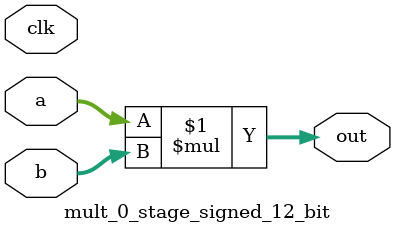
<source format=sv>
(* use_dsp = "yes" *) module mult_0_stage_signed_12_bit(
	input signed [11:0] a,
	input signed [11:0] b,
	output [11:0] out,
	input clk);

	assign out = a * b;
endmodule

</source>
